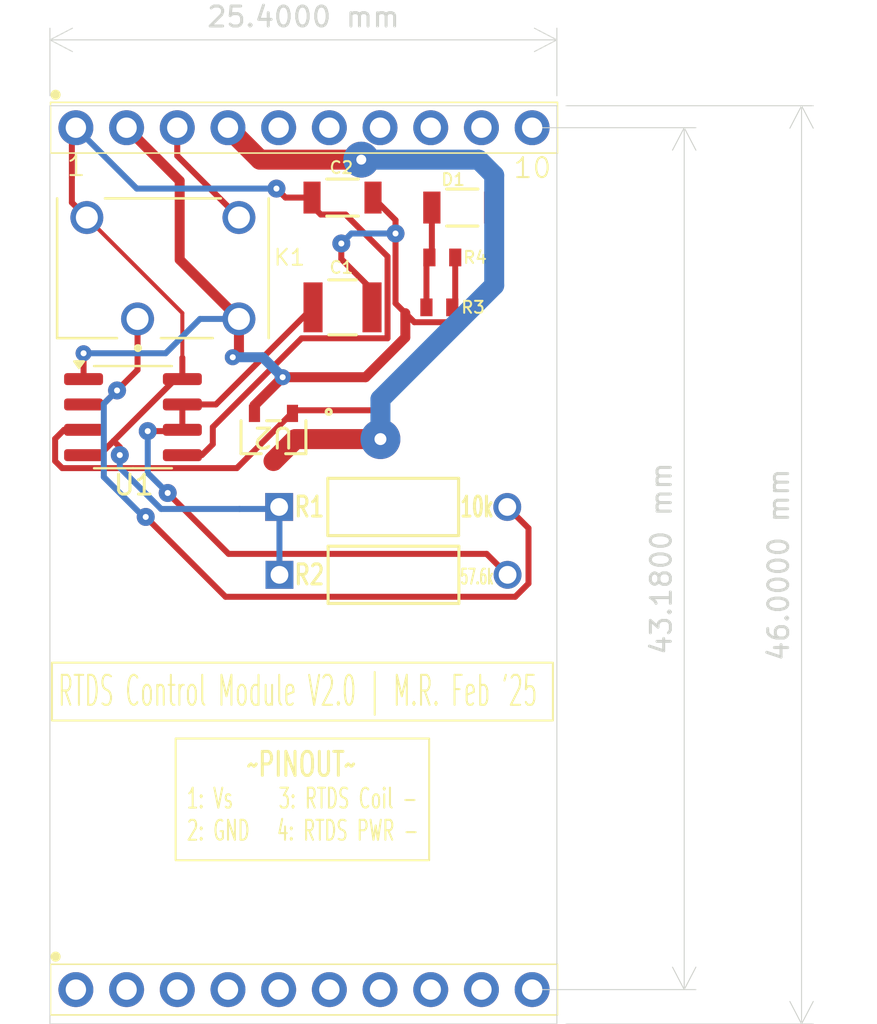
<source format=kicad_pcb>
(kicad_pcb (version 20240108) (generator "pcbnew") (generator_version "8.0")
  (layers (0 "F.Cu" signal) (31 "B.Cu" signal) (34 "B.Paste" user) (35 "F.Paste" user) (36 "B.SilkS" user "B.Silkscreen") (37 "F.SilkS" user "F.Silkscreen") (38 "B.Mask" user) (39 "F.Mask" user) (44 "Edge.Cuts" user))
  (net 0 "")
  (net 1 "/GND")
  (net 2 "Net-(U1-TR)")
  (net 3 "/Vs")
  (net 4 "Net-(U1-DIS)")
  (net 5 "Net-(D1-K)")
  (net 6 "Net-(D1-A)")
  (net 9 "Net-(J1-Pad3)")
  (net 10 "Net-(U2-D)")
  (net 11 "unconnected-(J1-Pad7)")
  (footprint "1k Resistor:STA_RMCF0603_STP-L" (layer "F.Cu") (at 69.16 31.9)
    (property "Reference" "R4" (at 1.64 0 0) (layer "F.SilkS") (effects (font (size 0.6 0.6) (thickness 0.1) (bold yes))))
    (property "Value" "1k")
    (pad "1" smd rect (at -0.6477 0) (size 0.6096 0.889) (layers "F.Cu" "F.Paste" "F.Mask") (net 5 "Net-(D1-K)"))
    (pad "2" smd rect (at 0.6477 0) (size 0.6096 0.889) (layers "F.Cu" "F.Paste" "F.Mask") (net 1 "/GND"))
  )
  (footprint "IRLML2060TRPBF:SOT23_INF" (layer "F.Cu") (at 60.7 40.9062 180)
    (property "Reference" "U2" (at 0 0 180) (layer "F.SilkS"))
    (property "Value" "IRLML2060TRPBF")
    (fp_line (start 1.6256 0.8255) (end 1.6256 -0.8255) (stroke (width 0.1524)) (layer "F.SilkS"))
    (fp_line (start 1.6256 -0.8255) (end 0.61214 -0.8255) (stroke (width 0.1524)) (layer "F.SilkS"))
    (fp_line (start -0.34036 0.8255) (end 0.34036 0.8255) (stroke (width 0.1524)) (layer "F.SilkS"))
    (fp_line (start -0.61214 -0.8255) (end -1.6256 -0.8255) (stroke (width 0.1524)) (layer "F.SilkS"))
    (fp_line (start -1.6256 -0.8255) (end -1.6256 0.8255) (stroke (width 0.1524)) (layer "F.SilkS"))
    (fp_circle (center -2.7686 1.27) (end -2.6416 1.27) (stroke (width 0.1524)) (fill none) (layer "F.SilkS"))
    (pad "1" smd rect (at -0.9525 1.1938 180) (size 0.5588 0.8636) (layers "F.Cu" "F.Paste" "F.Mask") (net 6 "Net-(D1-A)"))
    (pad "2" smd rect (at 0.9525 1.1938 180) (size 0.5588 0.8636) (layers "F.Cu" "F.Paste" "F.Mask") (net 1 "/GND"))
    (pad "3" smd rect (at 0 -1.1938 180) (size 0.5588 0.8636) (layers "F.Cu" "F.Paste" "F.Mask") (net 10 "Net-(U2-D)"))
  )
  (footprint "Yellow RTDS LED:LED_AP3216SYD_KNB" (layer "F.Cu") (at 70.16 29.4)
    (property "Reference" "D1" (at -0.46 -1.4 0) (layer "F.SilkS") (effects (font (size 0.6 0.6) (thickness 0.1) (bold yes))))
    (property "Value" "LED (Test)")
    (fp_line (start -0.78465 0.9271) (end 0.78465 0.9271) (stroke (width 0.1524)) (layer "F.SilkS"))
    (fp_line (start 0.78465 -0.9271) (end -0.78465 -0.9271) (stroke (width 0.1524)) (layer "F.SilkS"))
    (pad "1" smd rect (at -1.524 0) (size 0.8636 1.6002) (layers "F.Cu" "F.Paste" "F.Mask") (net 5 "Net-(D1-K)"))
    (pad "2" smd rect (at 1.524 0) (size 0.8636 1.6002) (layers "F.Cu" "F.Paste" "F.Mask") (net 6 "Net-(D1-A)"))
  )
  (footprint "CF14JT10K0:STA_CF14_STP" (layer "F.Cu") (at 61 47.8)
    (property "Reference" "R2" (at 1.5 0 0) (layer "F.SilkS") (effects (font (size 1 0.75))))
    (property "Value" "57.6k")
    (fp_line (start 2.4384 -1.4351) (end 2.4384 1.4351) (stroke (width 0.1524)) (layer "F.SilkS"))
    (fp_line (start 2.4384 1.4351) (end 8.9916 1.4351) (stroke (width 0.1524)) (layer "F.SilkS"))
    (fp_line (start 8.9916 -1.4351) (end 2.4384 -1.4351) (stroke (width 0.1524)) (layer "F.SilkS"))
    (fp_line (start 8.9916 1.4351) (end 8.9916 -1.4351) (stroke (width 0.1524)) (layer "F.SilkS"))
    (pad "1" thru_hole rect (at 0 0) (size 1.397 1.397) (drill 0.889) (layers "*.Cu" "*.Mask") (net 3 "/Vs"))
    (pad "2" thru_hole circle (at 11.43 0) (size 1.397 1.397) (drill 0.889) (layers "*.Cu" "*.Mask") (net 4 "Net-(U1-DIS)"))
  )
  (footprint "RTDS Relay:RELAY_G6L-1P_DC5" (layer "F.Cu") (at 55.16 32.44)
    (property "Reference" "K1" (at 6.34 -0.54 0) (layer "F.SilkS") (effects (font (size 0.8 0.8) (thickness 0.1))))
    (property "Value" "G6L-1P_DC5")
    (fp_line (start -5.3 -3.5) (end -5.3 3.5) (stroke (width 0.127)) (layer "F.SilkS"))
    (fp_line (start -5.3 3.5) (end -2.3 3.5) (stroke (width 0.127)) (layer "F.SilkS"))
    (fp_line (start -0.1 3.5) (end 2.5 3.5) (stroke (width 0.127)) (layer "F.SilkS"))
    (fp_line (start 2.9 -3.5) (end -2.9 -3.5) (stroke (width 0.127)) (layer "F.SilkS"))
    (fp_line (start 5.3 3.5) (end 5.3 -3.5) (stroke (width 0.127)) (layer "F.SilkS"))
    (fp_circle (center -1.25 4) (end -1.15 4) (stroke (width 0.2)) (fill none) (layer "F.SilkS"))
    (pad "2" thru_hole circle (at -1.27 2.54) (size 1.65 1.65) (drill 1.1) (layers "*.Cu" "*.Mask") (net 2 "Net-(U1-TR)"))
    (pad "4" thru_hole circle (at 3.81 2.54) (size 1.65 1.65) (drill 1.1) (layers "*.Cu" "*.Mask") (net 1 "/GND"))
    (pad "5" thru_hole circle (at 3.81 -2.54) (size 1.65 1.65) (drill 1.1) (layers "*.Cu" "*.Mask") (net 9 "Net-(J1-Pad3)"))
    (pad "8" thru_hole circle (at -3.81 -2.54) (size 1.65 1.65) (drill 1.1) (layers "*.Cu" "*.Mask") (net 3 "/Vs"))
  )
  (footprint "10 pin output:1X10-2.54MM-THT" (layer "F.Cu") (at 50.8 68.58)
    (property "Reference" "J1" (hide yes))
    (property "Value" "PH1-10-UA")
    (fp_line (start -1.27 -1.27) (end -1.27 1.27) (stroke (width 0.0762)) (layer "F.SilkS"))
    (fp_line (start -1.27 -1.27) (end 24.13 -1.27) (stroke (width 0.0762)) (layer "F.SilkS"))
    (fp_line (start 24.13 -1.27) (end 24.13 1.27) (stroke (width 0.0762)) (layer "F.SilkS"))
    (fp_line (start 24.13 1.27) (end -1.27 1.27) (stroke (width 0.0762)) (layer "F.SilkS"))
    (fp_circle (center -1.016 -1.651) (end -0.762 -1.651) (fill solid) (layer "F.SilkS"))
    (pad "1" thru_hole circle (at 0 0) (size 1.75 1.75) (drill 1.02) (layers "*.Cu" "*.Mask"))
    (pad "2" thru_hole circle (at 2.54 0) (size 1.75 1.75) (drill 1.02) (layers "*.Cu" "*.Mask"))
    (pad "3" thru_hole circle (at 5.08 0) (size 1.75 1.75) (drill 1.02) (layers "*.Cu" "*.Mask"))
    (pad "4" thru_hole circle (at 7.62 0) (size 1.75 1.75) (drill 1.02) (layers "*.Cu" "*.Mask"))
    (pad "5" thru_hole circle (at 10.16 0) (size 1.75 1.75) (drill 1.02) (layers "*.Cu" "*.Mask"))
    (pad "6" thru_hole circle (at 12.7 0) (size 1.75 1.75) (drill 1.02) (layers "*.Cu" "*.Mask"))
    (pad "7" thru_hole circle (at 15.24 0) (size 1.75 1.75) (drill 1.02) (layers "*.Cu" "*.Mask"))
    (pad "8" thru_hole circle (at 17.78 0) (size 1.75 1.75) (drill 1.02) (layers "*.Cu" "*.Mask"))
    (pad "9" thru_hole circle (at 20.32 0) (size 1.75 1.75) (drill 1.02) (layers "*.Cu" "*.Mask"))
    (pad "10" thru_hole circle (at 22.86 0) (size 1.75 1.75) (drill 1.02) (layers "*.Cu" "*.Mask"))
  )
  (footprint "Capacitor 47u:CAP_CL32_SAM" (layer "F.Cu") (at 64.16 34.4)
    (property "Reference" "C1" (at -0.06 -2 0) (layer "F.SilkS") (effects (font (size 0.6 0.6) (thickness 0.1) (bold yes))))
    (property "Value" "47u")
    (fp_line (start -0.692451 1.377) (end 0.692451 1.377) (stroke (width 0.1524)) (layer "F.SilkS"))
    (fp_line (start 0.692451 -1.377) (end -0.692451 -1.377) (stroke (width 0.1524)) (layer "F.SilkS"))
    (pad "1" smd rect (at -1.477801 0) (size 0.9556 2.5) (layers "F.Cu" "F.Paste" "F.Mask") (net 4 "Net-(U1-DIS)"))
    (pad "2" smd rect (at 1.477801 0) (size 0.9556 2.5) (layers "F.Cu" "F.Paste" "F.Mask") (net 1 "/GND"))
  )
  (footprint "CF14JT10K0:STA_CF14_STP" (layer "F.Cu") (at 60.985 44.4)
    (property "Reference" "R1" (at 1.515 0 0) (layer "F.SilkS") (effects (font (size 1 0.75))))
    (property "Value" "10k")
    (fp_line (start 2.4384 -1.4351) (end 2.4384 1.4351) (stroke (width 0.1524)) (layer "F.SilkS"))
    (fp_line (start 2.4384 1.4351) (end 8.9916 1.4351) (stroke (width 0.1524)) (layer "F.SilkS"))
    (fp_line (start 8.9916 -1.4351) (end 2.4384 -1.4351) (stroke (width 0.1524)) (layer "F.SilkS"))
    (fp_line (start 8.9916 1.4351) (end 8.9916 -1.4351) (stroke (width 0.1524)) (layer "F.SilkS"))
    (pad "1" thru_hole rect (at 0 0) (size 1.397 1.397) (drill 0.889) (layers "*.Cu" "*.Mask") (net 3 "/Vs"))
    (pad "2" thru_hole circle (at 11.43 0) (size 1.397 1.397) (drill 0.889) (layers "*.Cu" "*.Mask") (net 2 "Net-(U1-TR)"))
  )
  (footprint "Package_SO:SOIC-8_3.9x4.9mm_P1.27mm" (layer "F.Cu") (at 53.66 39.9)
    (property "Reference" "U1" (at 0.04 3.4 0) (layer "F.SilkS"))
    (property "Value" "NE555D")
    (fp_line (start 0 -2.56) (end -1.95 -2.56) (stroke (width 0.12)) (layer "F.SilkS"))
    (fp_line (start 0 -2.56) (end 1.95 -2.56) (stroke (width 0.12)) (layer "F.SilkS"))
    (fp_line (start 0 2.56) (end -1.95 2.56) (stroke (width 0.12)) (layer "F.SilkS"))
    (fp_line (start 0 2.56) (end 1.95 2.56) (stroke (width 0.12)) (layer "F.SilkS"))
    (fp_poly (pts (xy -2.7 -2.465) (xy -2.94 -2.795) (xy -2.46 -2.795) (xy -2.7 -2.465)) (stroke (width 0.12)) (fill solid) (layer "F.SilkS"))
    (pad "1" smd roundrect (at -2.475 -1.905) (size 1.95 0.6) (layers "F.Cu" "F.Paste" "F.Mask") (net 1 "/GND"))
    (pad "2" smd roundrect (at -2.475 -0.635) (size 1.95 0.6) (layers "F.Cu" "F.Paste" "F.Mask") (net 2 "Net-(U1-TR)"))
    (pad "3" smd roundrect (at -2.475 0.635) (size 1.95 0.6) (layers "F.Cu" "F.Paste" "F.Mask") (net 6 "Net-(D1-A)"))
    (pad "4" smd roundrect (at -2.475 1.905) (size 1.95 0.6) (layers "F.Cu" "F.Paste" "F.Mask") (net 3 "/Vs"))
    (pad "5" smd roundrect (at 2.475 1.905) (size 1.95 0.6) (layers "F.Cu" "F.Paste" "F.Mask") (net 3 "/Vs"))
    (pad "6" smd roundrect (at 2.475 0.635) (size 1.95 0.6) (layers "F.Cu" "F.Paste" "F.Mask") (net 4 "Net-(U1-DIS)"))
    (pad "7" smd roundrect (at 2.475 -0.635) (size 1.95 0.6) (layers "F.Cu" "F.Paste" "F.Mask") (net 4 "Net-(U1-DIS)"))
    (pad "8" smd roundrect (at 2.475 -1.905) (size 1.95 0.6) (layers "F.Cu" "F.Paste" "F.Mask") (net 3 "/Vs"))
  )
  (footprint "Capacitor 0.1u:CAP_CL31_SAM" (layer "F.Cu") (at 64.16 28.9)
    (property "Reference" "C2" (at -0.06 -1.5 0) (layer "F.SilkS") (effects (font (size 0.6 0.6) (thickness 0.1) (bold yes))))
    (property "Value" "0.1u")
    (fp_line (start -0.792451 0.927) (end 0.792451 0.927) (stroke (width 0.1524)) (layer "F.SilkS"))
    (fp_line (start 0.792451 -0.927) (end -0.792451 -0.927) (stroke (width 0.1524)) (layer "F.SilkS"))
    (pad "1" smd rect (at -1.527801 0) (size 0.8556 1.6) (layers "F.Cu" "F.Paste" "F.Mask") (net 3 "/Vs"))
    (pad "2" smd rect (at 1.527801 0) (size 0.8556 1.6) (layers "F.Cu" "F.Paste" "F.Mask") (net 1 "/GND"))
  )
  (footprint "1k Resistor:STA_RMCF0603_STP-L" (layer "F.Cu") (at 69.0123 34.4)
    (property "Reference" "R3" (at 1.6877 0 0) (layer "F.SilkS") (effects (font (size 0.6 0.6) (thickness 0.1) (bold yes))))
    (property "Value" "1k")
    (pad "1" smd rect (at -0.6477 0) (size 0.6096 0.889) (layers "F.Cu" "F.Paste" "F.Mask") (net 5 "Net-(D1-K)"))
    (pad "2" smd rect (at 0.6477 0) (size 0.6096 0.889) (layers "F.Cu" "F.Paste" "F.Mask") (net 1 "/GND"))
  )
  (footprint "10 pin output:1X10-2.54MM-THT" (layer "F.Cu") (at 50.8 25.4)
    (property "Reference" "J1" (hide yes))
    (property "Value" "PH1-10-UA")
    (fp_line (start -1.27 -1.27) (end -1.27 1.27) (stroke (width 0.0762)) (layer "F.SilkS"))
    (fp_line (start -1.27 -1.27) (end 24.13 -1.27) (stroke (width 0.0762)) (layer "F.SilkS"))
    (fp_line (start 24.13 -1.27) (end 24.13 1.27) (stroke (width 0.0762)) (layer "F.SilkS"))
    (fp_line (start 24.13 1.27) (end -1.27 1.27) (stroke (width 0.0762)) (layer "F.SilkS"))
    (fp_circle (center -1.016 -1.651) (end -0.762 -1.651) (fill solid) (layer "F.SilkS"))
    (pad "1" thru_hole circle (at 0 0) (size 1.75 1.75) (drill 1.02) (layers "*.Cu" "*.Mask") (net 3 "/Vs"))
    (pad "2" thru_hole circle (at 2.54 0) (size 1.75 1.75) (drill 1.02) (layers "*.Cu" "*.Mask") (net 1 "/GND"))
    (pad "3" thru_hole circle (at 5.08 0) (size 1.75 1.75) (drill 1.02) (layers "*.Cu" "*.Mask") (net 9 "Net-(J1-Pad3)"))
    (pad "4" thru_hole circle (at 7.62 0) (size 1.75 1.75) (drill 1.02) (layers "*.Cu" "*.Mask") (net 10 "Net-(U2-D)"))
    (pad "5" thru_hole circle (at 10.16 0) (size 1.75 1.75) (drill 1.02) (layers "*.Cu" "*.Mask"))
    (pad "6" thru_hole circle (at 12.7 0) (size 1.75 1.75) (drill 1.02) (layers "*.Cu" "*.Mask"))
    (pad "7" thru_hole circle (at 15.24 0) (size 1.75 1.75) (drill 1.02) (layers "*.Cu" "*.Mask") (net 11 "unconnected-(J1-Pad7)"))
    (pad "8" thru_hole circle (at 17.78 0) (size 1.75 1.75) (drill 1.02) (layers "*.Cu" "*.Mask"))
    (pad "9" thru_hole circle (at 20.32 0) (size 1.75 1.75) (drill 1.02) (layers "*.Cu" "*.Mask"))
    (pad "10" thru_hole circle (at 22.86 0) (size 1.75 1.75) (drill 1.02) (layers "*.Cu" "*.Mask"))
  )
  (gr_rect (start 49.6 52.2) (end 74.7 55.1) (stroke (width 0.1)) (fill none) (layer "F.SilkS"))
  (gr_rect (start 55.8 56) (end 68.5 62.1) (stroke (width 0.1)) (fill none) (layer "F.SilkS"))
  (gr_rect (start 49.5 24.3) (end 74.9 70.3) (stroke (width 0.05)) (fill none) (layer "Edge.Cuts"))
  (gr_text "10" (at 72.657619 28 0) (layer "F.SilkS") (effects (font (size 1 1) (thickness 0.1)) (justify left bottom)))
  (gr_text "1: Vs     3: RTDS Coil -\n2: GND   4: RTDS PWR -           " (at 56.3 61.2 0) (layer "F.SilkS") (effects (font (size 1 0.6) (thickness 0.1)) (justify left bottom)))
  (gr_text "~PINOUT~" (at 59.281191 58 0) (layer "F.SilkS") (effects (font (size 1.2 0.8) (thickness 0.15) (bold yes)) (justify left bottom)))
  (gr_text "10k" (at 70.9 44.4 0) (layer "F.SilkS") (effects (font (size 1 0.6))))
  (gr_text "1" (at 50.27381 27.9 0) (layer "F.SilkS") (effects (font (size 1 1) (thickness 0.1)) (justify left bottom)))
  (gr_text "RTDS Control Module V2.0 | M.R. Feb '25" (at 49.85 54.5 0) (layer "F.SilkS") (effects (font (size 1.5 0.75) (thickness 0.1)) (justify left bottom)))
  (gr_text "57.6k" (at 70.9 47.9 0) (layer "F.SilkS") (effects (font (size 0.75 0.4) (thickness 0.1))))
  (dimension (type aligned) (layer "Edge.Cuts") (pts (xy 73.66 68.58) (xy 73.66 25.4)) (height 7.62) (gr_text "43.1800 mm" (at 80.13 46.99 90) (layer "Edge.Cuts") (effects (font (size 1 1) (thickness 0.15)))) (format (prefix "") (suffix "") (units 3) (units_format 1) (precision 4)) (style (thickness 0.05) (arrow_length 1.27) (text_position_mode 0) (extension_height 0.58642) (extension_offset 0.5) keep_text_aligned))
  (dimension (type aligned) (layer "Edge.Cuts") (pts (xy 74.86 24.3) (xy 74.86 70.3)) (height -12.3) (gr_text "46.0000 mm" (at 86.01 47.3 90) (layer "Edge.Cuts") (effects (font (size 1 1) (thickness 0.15)))) (format (prefix "") (suffix "") (units 3) (units_format 1) (precision 4)) (style (thickness 0.05) (arrow_length 1.27) (text_position_mode 0) (extension_height 0.58642) (extension_offset 0.5) keep_text_aligned))
  (dimension (type aligned) (layer "Edge.Cuts") (pts (xy 74.9 24.3) (xy 49.5 24.3)) (height 3.299999) (gr_text "25.4000 mm" (at 62.2 19.850001 0) (layer "Edge.Cuts") (effects (font (size 1 1) (thickness 0.15)))) (format (prefix "") (suffix "") (units 3) (units_format 1) (precision 4)) (style (thickness 0.05) (arrow_length 1.27) (text_position_mode 0) (extension_height 0.58642) (extension_offset 0.5) keep_text_aligned))
  (segment (start 69.8077 31.9) (end 69.8077 34.2523) (width 0.3) (layer "F.Cu") (net 1))
  (segment (start 61.16 37.9) (end 65.314129 37.9) (width 0.5) (layer "F.Cu") (net 1))
  (segment (start 66.815601 30.0278) (end 66.815601 30.7) (width 0.3) (layer "F.Cu") (net 1))
  (segment (start 69.56 35.1445) (end 69.66 35.0445) (width 0.3) (layer "F.Cu") (net 1))
  (segment (start 65.687801 28.9) (end 66.815601 30.0278) (width 0.3) (layer "F.Cu") (net 1))
  (segment (start 65.637801 34.4) (end 65.637801 33.587978) (width 0.2) (layer "F.Cu") (net 1))
  (segment (start 59.7475 39.3125) (end 61.16 37.9) (width 0.5) (layer "F.Cu") (net 1))
  (segment (start 67.30765 35.906479) (end 67.30765 34.69235) (width 0.5) (layer "F.Cu") (net 1))
  (segment (start 56 28.06) (end 53.34 25.4) (width 0.5) (layer "F.Cu") (net 1))
  (segment (start 51.185 37.995) (end 51.185 36.7) (width 0.3) (layer "F.Cu") (net 1))
  (segment (start 65.314129 37.9) (end 67.30765 35.906479) (width 0.5) (layer "F.Cu") (net 1))
  (segment (start 69.66 35.0445) (end 69.66 34.4) (width 0.3) (layer "F.Cu") (net 1))
  (segment (start 59.7475 39.7124) (end 59.7475 39.3125) (width 0.5) (layer "F.Cu") (net 1))
  (segment (start 58.97 34.98) (end 58.97 36.59) (width 0.5) (layer "F.Cu") (net 1))
  (segment (start 64.1 31.2) (end 64.1 31.979467) (width 0.3) (layer "F.Cu") (net 1))
  (segment (start 69.8077 34.2523) (end 69.66 34.4) (width 0.2) (layer "F.Cu") (net 1))
  (segment (start 67.7598 35.1445) (end 69.56 35.1445) (width 0.3) (layer "F.Cu") (net 1))
  (segment (start 65.637801 33.517268) (end 65.637801 34.4) (width 0.3) (layer "F.Cu") (net 1))
  (segment (start 58.97 36.59) (end 58.66 36.9) (width 0.5) (layer "F.Cu") (net 1))
  (segment (start 58.97 34.98) (end 56 32.01) (width 0.5) (layer "F.Cu") (net 1))
  (segment (start 66.815601 34.200301) (end 67.30765 34.69235) (width 0.3) (layer "F.Cu") (net 1))
  (segment (start 64.1 31.979467) (end 65.637801 33.517268) (width 0.3) (layer "F.Cu") (net 1))
  (segment (start 56 32.01) (end 56 28.06) (width 0.5) (layer "F.Cu") (net 1))
  (segment (start 67.30765 34.69235) (end 67.7598 35.1445) (width 0.3) (layer "F.Cu") (net 1))
  (segment (start 66.815601 30.7) (end 66.815601 34.200301) (width 0.3) (layer "F.Cu") (net 1))
  (via (at 64.1 31.2) (size 0.9) (drill 0.3) (layers "F.Cu" "B.Cu") (net 1))
  (via (at 61.16 37.9) (size 0.8) (drill 0.3) (layers "F.Cu" "B.Cu") (net 1))
  (via (at 58.66 36.9) (size 0.8) (drill 0.3) (layers "F.Cu" "B.Cu") (net 1))
  (via (at 66.815601 30.7) (size 0.9) (drill 0.3) (layers "F.Cu" "B.Cu") (net 1))
  (via (at 51.185 36.7) (size 0.8) (drill 0.3) (layers "F.Cu" "B.Cu") (net 1))
  (segment (start 60.16 36.9) (end 61.16 37.9) (width 0.5) (layer "B.Cu") (net 1))
  (segment (start 57.019339 34.98) (end 58.97 34.98) (width 0.3) (layer "B.Cu") (net 1))
  (segment (start 66.815601 30.7) (end 64.6 30.7) (width 0.3) (layer "B.Cu") (net 1))
  (segment (start 64.6 30.7) (end 64.1 31.2) (width 0.3) (layer "B.Cu") (net 1))
  (segment (start 51.185 36.7) (end 55.299339 36.7) (width 0.3) (layer "B.Cu") (net 1))
  (segment (start 58.66 36.9) (end 60.16 36.9) (width 0.5) (layer "B.Cu") (net 1))
  (segment (start 55.299339 36.7) (end 57.019339 34.98) (width 0.3) (layer "B.Cu") (net 1))
  (segment (start 52.159999 39.265) (end 51.185 39.265) (width 0.2) (layer "F.Cu") (net 2))
  (segment (start 52.8625 38.562499) (end 52.862499 38.562499) (width 0.3) (layer "F.Cu") (net 2))
  (segment (start 72.812803 48.9) (end 58.3 48.9) (width 0.3) (layer "F.Cu") (net 2))
  (segment (start 52.862499 38.5625) (end 52.159999 39.265) (width 0.3) (layer "F.Cu") (net 2))
  (segment (start 53.89 34.98) (end 53.89 37.534999) (width 0.3) (layer "F.Cu") (net 2))
  (segment (start 73.4785 48.234303) (end 72.812803 48.9) (width 0.3) (layer "F.Cu") (net 2))
  (segment (start 73.4785 45.4635) (end 73.4785 48.234303) (width 0.3) (layer "F.Cu") (net 2))
  (segment (start 72.415 44.4) (end 73.4785 45.4635) (width 0.3) (layer "F.Cu") (net 2))
  (segment (start 52.862499 38.562499) (end 52.862499 38.5625) (width 0.3) (layer "F.Cu") (net 2))
  (segment (start 53.89 37.534999) (end 52.8625 38.562499) (width 0.3) (layer "F.Cu") (net 2))
  (segment (start 58.3 48.9) (end 54.3 44.9) (width 0.3) (layer "F.Cu") (net 2))
  (via (at 54.3 44.9) (size 0.9) (drill 0.3) (layers "F.Cu" "B.Cu") (net 2))
  (via (at 52.862499 38.562499) (size 0.9) (drill 0.3) (layers "F.Cu" "B.Cu") (net 2))
  (segment (start 54.2 44.9) (end 54.3 44.9) (width 0.3) (layer "B.Cu") (net 2))
  (segment (start 52.862499 38.562499) (end 52.2 39.224998) (width 0.3) (layer "B.Cu") (net 2))
  (segment (start 52.2 42.9) (end 54.2 44.9) (width 0.3) (layer "B.Cu") (net 2))
  (segment (start 52.2 39.224998) (end 52.2 42.9) (width 0.3) (layer "B.Cu") (net 2))
  (segment (start 62.632199 28.9) (end 61.3 28.9) (width 0.3) (layer "F.Cu") (net 3))
  (segment (start 51.185 41.805) (end 51.979448 41.805) (width 0.2) (layer "F.Cu") (net 3))
  (segment (start 61.3 28.9) (end 60.85 28.45) (width 0.3) (layer "F.Cu") (net 3))
  (segment (start 56.135 36.925) (end 56.16 36.9) (width 0.2) (layer "F.Cu") (net 3))
  (segment (start 63.069377 29.7492) (end 64.3138 29.7492) (width 0.3) (layer "F.Cu") (net 3))
  (segment (start 62.632199 28.9) (end 62.632199 29.312022) (width 0.2) (layer "F.Cu") (net 3))
  (segment (start 56.135 36.925) (end 56.135 34.685) (width 0.2) (layer "F.Cu") (net 3))
  (segment (start 51.979448 41.805) (end 52.692224 41.092224) (width 0.3) (layer "F.Cu") (net 3))
  (segment (start 55.789448 37.995) (end 56.135 37.995) (width 0.2) (layer "F.Cu") (net 3))
  (segment (start 62.11 35.95) (end 57.66 40.4) (width 0.3) (layer "F.Cu") (net 3))
  (segment (start 66.415601 35.95) (end 62.11 35.95) (width 0.3) (layer "F.Cu") (net 3))
  (segment (start 50.598 25.602) (end 50.8 25.4) (width 0.2) (layer "F.Cu") (net 3))
  (segment (start 53 41.8) (end 53 41.4) (width 0.3) (layer "F.Cu") (net 3))
  (segment (start 53 41.4) (end 52.692224 41.092224) (width 0.3) (layer "F.Cu") (net 3))
  (segment (start 66.415601 31.851001) (end 66.415601 35.95) (width 0.3) (layer "F.Cu") (net 3))
  (segment (start 56.135 37.995) (end 56.135 36.925) (width 0.3) (layer "F.Cu") (net 3))
  (segment (start 57.66 40.4) (end 57.66 41.254999) (width 0.3) (layer "F.Cu") (net 3))
  (segment (start 57.66 41.254999) (end 57.109999 41.805) (width 0.3) (layer "F.Cu") (net 3))
  (segment (start 64.3138 29.7492) (end 66.415601 31.851001) (width 0.3) (layer "F.Cu") (net 3))
  (segment (start 50.598 29.148) (end 51.35 29.9) (width 0.3) (layer "F.Cu") (net 3))
  (segment (start 56.135 34.685) (end 51.35 29.9) (width 0.2) (layer "F.Cu") (net 3))
  (segment (start 50.598 27.9) (end 50.598 25.602) (width 0.3) (layer "F.Cu") (net 3))
  (segment (start 62.632199 29.312022) (end 63.069377 29.7492) (width 0.3) (layer "F.Cu") (net 3))
  (segment (start 50.598 27.9) (end 50.598 29.148) (width 0.3) (layer "F.Cu") (net 3))
  (segment (start 57.109999 41.805) (end 56.135 41.805) (width 0.2) (layer "F.Cu") (net 3))
  (segment (start 52.692224 41.092224) (end 55.789448 37.995) (width 0.3) (layer "F.Cu") (net 3))
  (via (at 60.85 28.45) (size 0.9) (drill 0.3) (layers "F.Cu" "B.Cu") (net 3))
  (via (at 53 41.8) (size 0.9) (drill 0.3) (layers "F.Cu" "B.Cu") (net 3))
  (segment (start 59 44.5) (end 55.068629 44.5) (width 0.3) (layer "B.Cu") (net 3))
  (segment (start 60.985 44.4) (end 60.885 44.5) (width 0.3) (layer "B.Cu") (net 3))
  (segment (start 53.85 28.45) (end 50.8 25.4) (width 0.3) (layer "B.Cu") (net 3))
  (segment (start 60.885 44.5) (end 59 44.5) (width 0.3) (layer "B.Cu") (net 3))
  (segment (start 53 42.431371) (end 53 41.8) (width 0.3) (layer "B.Cu") (net 3))
  (segment (start 60.85 28.45) (end 53.85 28.45) (width 0.3) (layer "B.Cu") (net 3))
  (segment (start 61 47.8) (end 61 44.415) (width 0.3) (layer "B.Cu") (net 3))
  (segment (start 55.068629 44.5) (end 53 42.431371) (width 0.3) (layer "B.Cu") (net 3))
  (segment (start 61 44.415) (end 60.985 44.4) (width 0.3) (layer "B.Cu") (net 3))
  (segment (start 54.4 40.6) (end 56.07 40.6) (width 0.3) (layer "F.Cu") (net 4))
  (segment (start 71.3815 46.7515) (end 58.4515 46.7515) (width 0.3) (layer "F.Cu") (net 4))
  (segment (start 56.135 39.265) (end 56.135 40.535) (width 0.3) (layer "F.Cu") (net 4))
  (segment (start 56.07 40.6) (end 56.135 40.535) (width 0.3) (layer "F.Cu") (net 4))
  (segment (start 72.43 47.8) (end 71.3815 46.7515) (width 0.3) (layer "F.Cu") (net 4))
  (segment (start 58.4515 46.7515) (end 55.4 43.7) (width 0.3) (layer "F.Cu") (net 4))
  (segment (start 62.682199 34.4) (end 57.817199 39.265) (width 0.3) (layer "F.Cu") (net 4))
  (segment (start 57.817199 39.265) (end 56.135 39.265) (width 0.3) (layer "F.Cu") (net 4))
  (via (at 55.4 43.7) (size 0.9) (drill 0.3) (layers "F.Cu" "B.Cu") (net 4))
  (via (at 54.4 40.6) (size 0.9) (drill 0.3) (layers "F.Cu" "B.Cu") (net 4))
  (segment (start 55.4 43.7) (end 54.4 42.7) (width 0.3) (layer "B.Cu") (net 4))
  (segment (start 54.4 42.7) (end 54.4 40.6) (width 0.3) (layer "B.Cu") (net 4))
  (segment (start 68.5123 31.9) (end 68.5123 32.0477) (width 0.2) (layer "F.Cu") (net 5))
  (segment (start 68.5123 32.0477) (end 68.3646 32.1954) (width 0.2) (layer "F.Cu") (net 5))
  (segment (start 68.636 29.4) (end 68.636 31.7763) (width 0.3) (layer "F.Cu") (net 5))
  (segment (start 68.636 31.7763) (end 68.5123 31.9) (width 0.2) (layer "F.Cu") (net 5))
  (segment (start 68.3646 32.1954) (end 68.3646 34.4) (width 0.3) (layer "F.Cu") (net 5))
  (segment (start 68.5123 29.0477) (end 68.66 28.9) (width 0.2) (layer "F.Cu") (net 5))
  (segment (start 50.210001 40.535) (end 49.760001 40.985) (width 0.3) (layer "F.Cu") (net 6))
  (segment (start 49.760001 42.100001) (end 50.115 42.455) (width 0.3) (layer "F.Cu") (net 6))
  (segment (start 71.684 33.727607) (end 65.8538 39.557807) (width 0.3) (layer "F.Cu") (net 6))
  (segment (start 61.6125 39.7062) (end 61.760893 39.557807) (width 0.3) (layer "F.Cu") (net 6))
  (segment (start 50.115 42.455) (end 58.8637 42.455) (width 0.3) (layer "F.Cu") (net 6))
  (segment (start 71.684 29.4) (end 71.684 33.727607) (width 0.3) (layer "F.Cu") (net 6))
  (segment (start 61.760893 39.557807) (end 65.8538 39.557807) (width 0.3) (layer "F.Cu") (net 6))
  (segment (start 49.760001 40.985) (end 49.760001 42.100001) (width 0.3) (layer "F.Cu") (net 6))
  (segment (start 58.8637 42.455) (end 61.6125 39.7062) (width 0.3) (layer "F.Cu") (net 6))
  (segment (start 51.185 40.535) (end 50.210001 40.535) (width 0.3) (layer "F.Cu") (net 6))
  (segment (start 55.88 26.81) (end 56.435 27.365) (width 0.3) (layer "F.Cu") (net 9))
  (segment (start 55.88 25.4) (end 55.88 26.81) (width 0.3) (layer "F.Cu") (net 9))
  (segment (start 56.435 27.365) (end 58.97 29.9) (width 0.3) (layer "F.Cu") (net 9))
  (segment (start 61.8 41) (end 60.7 42.1) (width 1) (layer "F.Cu") (net 10))
  (segment (start 66.06 41) (end 61.8 41) (width 1) (layer "F.Cu") (net 10))
  (segment (start 60.02 27) (end 58.42 25.4) (width 1) (layer "F.Cu") (net 10))
  (segment (start 65.1 27) (end 60.02 27) (width 1) (layer "F.Cu") (net 10))
  (via (at 65.1 27) (size 1.8) (drill 0.5) (layers "F.Cu" "B.Cu") (net 10))
  (via (at 66.06 41) (size 2) (drill 0.6) (layers "F.Cu" "B.Cu") (net 10))
  (segment (start 71.76 33.3) (end 66.06 39) (width 1) (layer "B.Cu") (net 10))
  (segment (start 65.1 27) (end 70.974214 27) (width 1) (layer "B.Cu") (net 10))
  (segment (start 66.06 39) (end 66.06 41) (width 1) (layer "B.Cu") (net 10))
  (segment (start 71.76 27.785786) (end 71.76 33.3) (width 1) (layer "B.Cu") (net 10))
  (segment (start 70.974214 27) (end 71.76 27.785786) (width 1) (layer "B.Cu") (net 10))
  (segment (start 65.687801 25.752199) (end 66.04 25.4) (width 0.2) (layer "F.Cu") (net 11))
)
</source>
